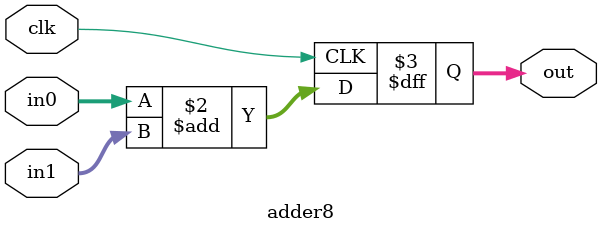
<source format=v>
module adder8(
     input wire       clk,
     input wire [7:0] in0,
     input wire [7:0] in1,
     output reg [7:0] out
);
    always @(posedge clk) begin
        out <= in0 + in1;
    end
endmodule
</source>
